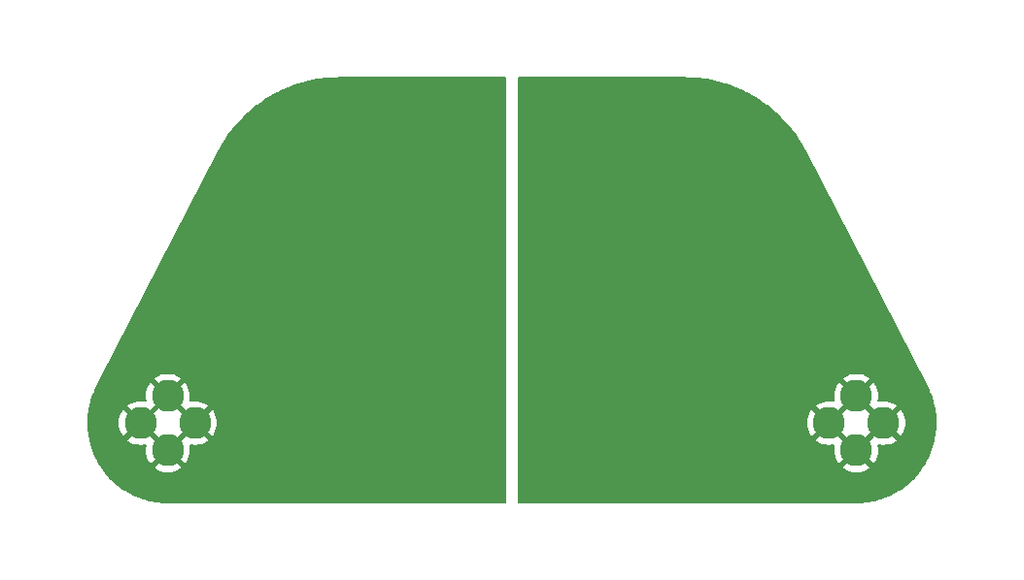
<source format=gbr>
%TF.GenerationSoftware,KiCad,Pcbnew,7.0.1*%
%TF.CreationDate,2023-04-26T19:42:46-04:00*%
%TF.ProjectId,maynuo_banana_adapter,6d61796e-756f-45f6-9261-6e616e615f61,rev?*%
%TF.SameCoordinates,PX5d07eb0PY4aa0010*%
%TF.FileFunction,Copper,L2,Bot*%
%TF.FilePolarity,Positive*%
%FSLAX46Y46*%
G04 Gerber Fmt 4.6, Leading zero omitted, Abs format (unit mm)*
G04 Created by KiCad (PCBNEW 7.0.1) date 2023-04-26 19:42:46*
%MOMM*%
%LPD*%
G01*
G04 APERTURE LIST*
%TA.AperFunction,ComponentPad*%
%ADD10C,2.800000*%
%TD*%
%TA.AperFunction,ComponentPad*%
%ADD11C,11.000000*%
%TD*%
G04 APERTURE END LIST*
D10*
%TO.P,J1,1,Pin_1*%
%TO.N,Net-(J1-Pin_1)*%
X5595000Y-31200000D03*
X7975000Y-28820000D03*
X7975000Y-33580000D03*
X10355000Y-31200000D03*
%TD*%
D11*
%TO.P,H1,1,1*%
%TO.N,Net-(J1-Pin_1)*%
X22975000Y-13000000D03*
%TD*%
D10*
%TO.P,J2,1,Pin_1*%
%TO.N,Net-(J2-Pin_1)*%
X65595000Y-31200000D03*
X67975000Y-28820000D03*
X67975000Y-33580000D03*
X70355000Y-31200000D03*
%TD*%
D11*
%TO.P,H2,1,1*%
%TO.N,Net-(J2-Pin_1)*%
X52975000Y-13000000D03*
%TD*%
%TA.AperFunction,Conductor*%
%TO.N,Net-(J1-Pin_1)*%
G36*
X37413000Y-1017113D02*
G01*
X37458387Y-1062500D01*
X37475000Y-1124500D01*
X37475000Y-38075500D01*
X37458387Y-38137500D01*
X37413000Y-38182887D01*
X37351000Y-38199500D01*
X7977262Y-38199500D01*
X7972731Y-38199417D01*
X7606456Y-38186025D01*
X7606290Y-38185974D01*
X7606289Y-38186019D01*
X7465645Y-38180686D01*
X7456777Y-38180031D01*
X7159625Y-38147322D01*
X7159125Y-38147265D01*
X6947850Y-38123141D01*
X6939385Y-38121878D01*
X6659801Y-38070215D01*
X6658978Y-38070060D01*
X6435772Y-38027253D01*
X6427751Y-38025437D01*
X6158573Y-37955036D01*
X6157438Y-37954733D01*
X5932286Y-37893561D01*
X5924745Y-37891252D01*
X5664640Y-37802479D01*
X5663213Y-37801983D01*
X5440164Y-37722811D01*
X5433128Y-37720069D01*
X5182131Y-37613360D01*
X5180438Y-37612625D01*
X4962135Y-37515954D01*
X4955625Y-37512842D01*
X4714319Y-37388723D01*
X4712387Y-37387708D01*
X4500828Y-37274137D01*
X4494859Y-37270716D01*
X4264096Y-37129816D01*
X4261961Y-37128482D01*
X4058827Y-36998719D01*
X4053406Y-36995052D01*
X4047493Y-36990819D01*
X3834092Y-36838066D01*
X3831833Y-36836409D01*
X3781494Y-36798595D01*
X3638519Y-36691192D01*
X3633650Y-36687340D01*
X3426839Y-36515137D01*
X3424415Y-36513065D01*
X3242294Y-36353314D01*
X3237971Y-36349337D01*
X3044545Y-36162740D01*
X3042063Y-36160277D01*
X2872286Y-35986912D01*
X2868500Y-35982869D01*
X2689422Y-35782874D01*
X2686893Y-35779959D01*
X2530576Y-35594052D01*
X2527327Y-35590019D01*
X2363401Y-35377573D01*
X2360949Y-35374281D01*
X2219027Y-35176888D01*
X2216298Y-35172930D01*
X2160603Y-35088677D01*
X6819874Y-35088677D01*
X6819875Y-35088678D01*
X6945157Y-35182463D01*
X7183692Y-35312712D01*
X7438345Y-35407694D01*
X7703910Y-35465463D01*
X7975000Y-35484853D01*
X8246089Y-35465463D01*
X8511654Y-35407694D01*
X8766307Y-35312712D01*
X9004839Y-35182465D01*
X9130124Y-35088677D01*
X7975001Y-33933553D01*
X7975000Y-33933553D01*
X6819874Y-35088677D01*
X2160603Y-35088677D01*
X2068384Y-34949171D01*
X2065963Y-34945359D01*
X1939430Y-34737842D01*
X1937142Y-34733931D01*
X1805956Y-34499957D01*
X1803681Y-34495708D01*
X1693197Y-34279147D01*
X1691396Y-34275465D01*
X1577607Y-34032452D01*
X1575529Y-34027761D01*
X1481833Y-33803630D01*
X1480400Y-33800047D01*
X1396358Y-33580002D01*
X1384604Y-33549227D01*
X1382760Y-33544057D01*
X1306352Y-33313617D01*
X1305351Y-33310447D01*
X1228040Y-33053010D01*
X1226484Y-33047347D01*
X1197899Y-32932712D01*
X1167850Y-32812207D01*
X1167129Y-32809143D01*
X1144804Y-32708677D01*
X4439874Y-32708677D01*
X4439875Y-32708678D01*
X4565157Y-32802463D01*
X4803692Y-32932712D01*
X5058345Y-33027694D01*
X5323910Y-33085463D01*
X5595000Y-33104853D01*
X5866089Y-33085463D01*
X5963119Y-33064356D01*
X6024411Y-33066545D01*
X6077158Y-33097840D01*
X6108454Y-33150586D01*
X6110643Y-33211879D01*
X6089536Y-33308908D01*
X6070146Y-33580000D01*
X6089536Y-33851089D01*
X6147305Y-34116654D01*
X6242287Y-34371307D01*
X6372536Y-34609842D01*
X6466320Y-34735124D01*
X6466321Y-34735124D01*
X7621445Y-33580002D01*
X8328553Y-33580002D01*
X9483677Y-34735124D01*
X9577465Y-34609839D01*
X9707712Y-34371307D01*
X9802694Y-34116654D01*
X9860463Y-33851089D01*
X9879853Y-33580000D01*
X9860463Y-33308910D01*
X9839356Y-33211880D01*
X9841545Y-33150587D01*
X9872841Y-33097841D01*
X9925587Y-33066545D01*
X9986880Y-33064356D01*
X10083910Y-33085463D01*
X10355000Y-33104853D01*
X10626089Y-33085463D01*
X10891654Y-33027694D01*
X11146307Y-32932712D01*
X11384839Y-32802465D01*
X11510124Y-32708677D01*
X10355001Y-31553553D01*
X10355000Y-31553553D01*
X9487250Y-32421300D01*
X9487244Y-32421310D01*
X8328553Y-33579998D01*
X8328553Y-33580002D01*
X7621445Y-33580002D01*
X7621446Y-33580001D01*
X7621446Y-33579999D01*
X6443877Y-32402431D01*
X6443874Y-32402427D01*
X5595000Y-31553553D01*
X4439874Y-32708677D01*
X1144804Y-32708677D01*
X1108753Y-32546437D01*
X1107565Y-32540379D01*
X1066988Y-32301962D01*
X1066560Y-32299266D01*
X1027430Y-32032351D01*
X1026661Y-32025925D01*
X1004316Y-31785777D01*
X1004112Y-31783306D01*
X1000725Y-31736654D01*
X984534Y-31513656D01*
X984229Y-31506856D01*
X980149Y-31266655D01*
X980132Y-31264699D01*
X980172Y-31200000D01*
X3690146Y-31200000D01*
X3709536Y-31471089D01*
X3767305Y-31736654D01*
X3862287Y-31991307D01*
X3992536Y-32229842D01*
X4086320Y-32355124D01*
X4086321Y-32355124D01*
X5241446Y-31200001D01*
X5948553Y-31200001D01*
X6779990Y-32031436D01*
X7974998Y-33226446D01*
X7974999Y-33226446D01*
X9170010Y-32031436D01*
X10001445Y-31200001D01*
X10708553Y-31200001D01*
X11863677Y-32355124D01*
X11957465Y-32229839D01*
X12087712Y-31991307D01*
X12182694Y-31736654D01*
X12240463Y-31471089D01*
X12259853Y-31200000D01*
X12240463Y-30928910D01*
X12182694Y-30663345D01*
X12087712Y-30408692D01*
X11957463Y-30170157D01*
X11863678Y-30044875D01*
X11863677Y-30044874D01*
X10708553Y-31200000D01*
X10708553Y-31200001D01*
X10001445Y-31200001D01*
X10001446Y-31200000D01*
X8823877Y-30022431D01*
X8823874Y-30022427D01*
X7975000Y-29173553D01*
X7107250Y-30041300D01*
X7107244Y-30041310D01*
X5948553Y-31200000D01*
X5948553Y-31200001D01*
X5241446Y-31200001D01*
X5241446Y-31199999D01*
X4086321Y-30044875D01*
X3992534Y-30170162D01*
X3862286Y-30408692D01*
X3767305Y-30663345D01*
X3709536Y-30928910D01*
X3690146Y-31200000D01*
X980172Y-31200000D01*
X980298Y-30993139D01*
X980509Y-30986037D01*
X994554Y-30747499D01*
X994653Y-30746008D01*
X1014755Y-30473754D01*
X1015531Y-30466324D01*
X1047307Y-30231692D01*
X1047495Y-30230367D01*
X1087712Y-29958358D01*
X1089102Y-29950650D01*
X1137933Y-29721999D01*
X1137969Y-29721834D01*
X1144788Y-29691321D01*
X4439875Y-29691321D01*
X5595000Y-30846446D01*
X6790010Y-29651436D01*
X7621446Y-28819999D01*
X8328553Y-28819999D01*
X10355000Y-30846446D01*
X10355001Y-30846446D01*
X11510124Y-29691321D01*
X11510124Y-29691320D01*
X11384842Y-29597536D01*
X11146307Y-29467287D01*
X10891654Y-29372305D01*
X10626089Y-29314536D01*
X10355000Y-29295146D01*
X10083908Y-29314536D01*
X9986879Y-29335643D01*
X9925586Y-29333454D01*
X9872840Y-29302158D01*
X9841545Y-29249411D01*
X9839356Y-29188119D01*
X9860463Y-29091089D01*
X9879853Y-28819999D01*
X9860463Y-28548910D01*
X9802694Y-28283345D01*
X9707712Y-28028692D01*
X9577463Y-27790157D01*
X9483678Y-27664875D01*
X9483678Y-27664874D01*
X8328553Y-28819999D01*
X7621446Y-28819999D01*
X7621446Y-28819998D01*
X6466321Y-27664875D01*
X6372534Y-27790162D01*
X6242286Y-28028692D01*
X6147305Y-28283345D01*
X6089536Y-28548910D01*
X6070146Y-28819999D01*
X6089536Y-29091091D01*
X6110643Y-29188120D01*
X6108454Y-29249412D01*
X6077158Y-29302158D01*
X6024412Y-29333454D01*
X5963120Y-29335643D01*
X5866091Y-29314536D01*
X5595000Y-29295146D01*
X5323910Y-29314536D01*
X5058345Y-29372305D01*
X4803692Y-29467286D01*
X4565162Y-29597534D01*
X4439875Y-29691321D01*
X1144788Y-29691321D01*
X1198785Y-29449713D01*
X1200826Y-29441820D01*
X1265048Y-29223583D01*
X1347350Y-28950738D01*
X1350073Y-28942721D01*
X1425557Y-28743388D01*
X1532598Y-28464145D01*
X1536048Y-28456031D01*
X1595566Y-28328881D01*
X1595595Y-28328895D01*
X1595632Y-28328737D01*
X1751651Y-27996594D01*
X1753629Y-27992576D01*
X2104571Y-27311321D01*
X6819875Y-27311321D01*
X7975000Y-28466446D01*
X7975001Y-28466446D01*
X9130124Y-27311321D01*
X9130124Y-27311320D01*
X9004842Y-27217536D01*
X8766307Y-27087287D01*
X8511654Y-26992305D01*
X8246089Y-26934536D01*
X7975000Y-26915146D01*
X7703910Y-26934536D01*
X7438345Y-26992305D01*
X7183692Y-27087286D01*
X6945162Y-27217534D01*
X6819875Y-27311321D01*
X2104571Y-27311321D01*
X12306945Y-7506314D01*
X12308514Y-7503369D01*
X12475076Y-7200689D01*
X12475108Y-7200707D01*
X12475158Y-7200538D01*
X12475319Y-7200245D01*
X12627292Y-6925017D01*
X12630579Y-6919421D01*
X12813901Y-6625596D01*
X12985302Y-6353506D01*
X12988696Y-6348408D01*
X13186943Y-6066310D01*
X13187180Y-6065975D01*
X13374811Y-5803030D01*
X13378274Y-5798413D01*
X13591427Y-5527888D01*
X13591743Y-5527491D01*
X13794565Y-5275350D01*
X13798124Y-5271124D01*
X14025399Y-5013081D01*
X14026165Y-5012222D01*
X14243320Y-4772023D01*
X14246805Y-4768326D01*
X14487768Y-4523204D01*
X14488835Y-4522136D01*
X14719603Y-4294711D01*
X14723025Y-4291468D01*
X14976822Y-4060101D01*
X14978405Y-4058685D01*
X15221910Y-3844913D01*
X15225194Y-3842132D01*
X15491291Y-3624988D01*
X15493257Y-3623419D01*
X15748630Y-3424063D01*
X15751798Y-3421673D01*
X16029299Y-3219475D01*
X16031627Y-3217822D01*
X16298187Y-3033419D01*
X16301148Y-3031436D01*
X16589279Y-2844742D01*
X16592057Y-2842996D01*
X16868732Y-2674295D01*
X16871518Y-2672648D01*
X17169427Y-2502005D01*
X17172574Y-2500266D01*
X17458579Y-2347744D01*
X17461123Y-2346428D01*
X17767896Y-2192361D01*
X17771466Y-2190641D01*
X18065756Y-2054860D01*
X18067988Y-2053860D01*
X18382899Y-1916740D01*
X18386856Y-1915102D01*
X18688412Y-1796526D01*
X18690256Y-1795820D01*
X19012292Y-1676106D01*
X19016723Y-1674556D01*
X19324513Y-1573579D01*
X19326178Y-1573048D01*
X19654315Y-1471128D01*
X19659189Y-1469726D01*
X19972020Y-1386718D01*
X19973261Y-1386397D01*
X20306799Y-1302508D01*
X20312118Y-1301297D01*
X20629023Y-1236485D01*
X20629723Y-1236345D01*
X20967749Y-1170759D01*
X20973468Y-1169790D01*
X21293117Y-1123409D01*
X21293178Y-1123400D01*
X21635096Y-1076301D01*
X21641212Y-1075615D01*
X21961377Y-1047865D01*
X22306696Y-1019439D01*
X22313204Y-1019077D01*
X22627494Y-1010017D01*
X22973362Y-1000545D01*
X22976745Y-1000500D01*
X37351000Y-1000500D01*
X37413000Y-1017113D01*
G37*
%TD.AperFunction*%
%TD*%
%TA.AperFunction,Conductor*%
%TO.N,Net-(J2-Pin_1)*%
G36*
X52923142Y-1000501D02*
G01*
X52973286Y-1000501D01*
X52976679Y-1000546D01*
X53321933Y-1010001D01*
X53636831Y-1019079D01*
X53643305Y-1019439D01*
X53988370Y-1047844D01*
X54308795Y-1075617D01*
X54314937Y-1076306D01*
X54656296Y-1123328D01*
X54656872Y-1123409D01*
X54976541Y-1169793D01*
X54982282Y-1170766D01*
X55320196Y-1236330D01*
X55320813Y-1236453D01*
X55637889Y-1301299D01*
X55643244Y-1302519D01*
X55961664Y-1382605D01*
X55976532Y-1386345D01*
X55977918Y-1386702D01*
X56290843Y-1469735D01*
X56295751Y-1471149D01*
X56502327Y-1535312D01*
X56623691Y-1573008D01*
X56625501Y-1573585D01*
X56933276Y-1674557D01*
X56937737Y-1676117D01*
X57259599Y-1795767D01*
X57261592Y-1796529D01*
X57563118Y-1915093D01*
X57567206Y-1916786D01*
X57881986Y-2053849D01*
X57884237Y-2054858D01*
X58178462Y-2190609D01*
X58182147Y-2192384D01*
X58488796Y-2346389D01*
X58491494Y-2347785D01*
X58777381Y-2500244D01*
X58780664Y-2502059D01*
X58921809Y-2582906D01*
X59078432Y-2672619D01*
X59081300Y-2674315D01*
X59357943Y-2842997D01*
X59360745Y-2844758D01*
X59484699Y-2925074D01*
X59648752Y-3031372D01*
X59651867Y-3033457D01*
X59918374Y-3217823D01*
X59920708Y-3219481D01*
X60198141Y-3421629D01*
X60201401Y-3424089D01*
X60456724Y-3623407D01*
X60458801Y-3625064D01*
X60724749Y-3842087D01*
X60728118Y-3844939D01*
X60872013Y-3971263D01*
X60971530Y-4058629D01*
X60973261Y-4060178D01*
X61226929Y-4291427D01*
X61230430Y-4294746D01*
X61461048Y-4522024D01*
X61462437Y-4523414D01*
X61703138Y-4768269D01*
X61706692Y-4772039D01*
X61923715Y-5012092D01*
X61924786Y-5013292D01*
X62151874Y-5271124D01*
X62155441Y-5275361D01*
X62358077Y-5527269D01*
X62358807Y-5528185D01*
X62571677Y-5798352D01*
X62575215Y-5803069D01*
X62762713Y-6065828D01*
X62763229Y-6066557D01*
X62961266Y-6348355D01*
X62964731Y-6353560D01*
X63136018Y-6625471D01*
X63136303Y-6625925D01*
X63319388Y-6919369D01*
X63322736Y-6925069D01*
X63474924Y-7200689D01*
X63474972Y-7200776D01*
X63481285Y-7212247D01*
X63641471Y-7503341D01*
X63643066Y-7506337D01*
X74196363Y-27992565D01*
X74198364Y-27996631D01*
X74354362Y-28328729D01*
X74354399Y-28328897D01*
X74354434Y-28328881D01*
X74413940Y-28456007D01*
X74417419Y-28464193D01*
X74524332Y-28743103D01*
X74524511Y-28743572D01*
X74599909Y-28942677D01*
X74602662Y-28950781D01*
X74684807Y-29223105D01*
X74685046Y-29223909D01*
X74749163Y-29441789D01*
X74751222Y-29449749D01*
X74811931Y-29721388D01*
X74812153Y-29722408D01*
X74848080Y-29890632D01*
X74860886Y-29950597D01*
X74862286Y-29958357D01*
X74902503Y-30230364D01*
X74902715Y-30231860D01*
X74934462Y-30466283D01*
X74935247Y-30473793D01*
X74955330Y-30745794D01*
X74955453Y-30747637D01*
X74969487Y-30985995D01*
X74969701Y-30993208D01*
X74969866Y-31264552D01*
X74969848Y-31266733D01*
X74965770Y-31506822D01*
X74965462Y-31513696D01*
X74945887Y-31783299D01*
X74945680Y-31785807D01*
X74923341Y-32025888D01*
X74922563Y-32032386D01*
X74883446Y-32299209D01*
X74882999Y-32302028D01*
X74842441Y-32540337D01*
X74841247Y-32546430D01*
X74782868Y-32809151D01*
X74782136Y-32812255D01*
X74723515Y-33047342D01*
X74721959Y-33053005D01*
X74644676Y-33310352D01*
X74643615Y-33313713D01*
X74567246Y-33544032D01*
X74565386Y-33549248D01*
X74469603Y-33800034D01*
X74468170Y-33803618D01*
X74374480Y-34027734D01*
X74372373Y-34032491D01*
X74258618Y-34275429D01*
X74256775Y-34279198D01*
X74146325Y-34495693D01*
X74144028Y-34499984D01*
X74012868Y-34733911D01*
X74010580Y-34737823D01*
X73884037Y-34945356D01*
X73881608Y-34949180D01*
X73733707Y-35172920D01*
X73730944Y-35176927D01*
X73589084Y-35374233D01*
X73586578Y-35377597D01*
X73422683Y-35590005D01*
X73419418Y-35594057D01*
X73263110Y-35779953D01*
X73260581Y-35782868D01*
X73081498Y-35982868D01*
X73077712Y-35986910D01*
X72907938Y-36160273D01*
X72905437Y-36162757D01*
X72712049Y-36349317D01*
X72707726Y-36353293D01*
X72525555Y-36513088D01*
X72523131Y-36515160D01*
X72316360Y-36687330D01*
X72311491Y-36691182D01*
X72118138Y-36836428D01*
X72115837Y-36838115D01*
X71896613Y-36995037D01*
X71891192Y-36998705D01*
X71688025Y-37128489D01*
X71685890Y-37129823D01*
X71455146Y-37270712D01*
X71449177Y-37274133D01*
X71237568Y-37387730D01*
X71235636Y-37388745D01*
X70994383Y-37512838D01*
X70987874Y-37515950D01*
X70769560Y-37612627D01*
X70767866Y-37613362D01*
X70516876Y-37720067D01*
X70509840Y-37722809D01*
X70286765Y-37801990D01*
X70285338Y-37802486D01*
X70025247Y-37891254D01*
X70017706Y-37893563D01*
X69792591Y-37954724D01*
X69791455Y-37955027D01*
X69522234Y-38025438D01*
X69514215Y-38027253D01*
X69291165Y-38070032D01*
X69290341Y-38070188D01*
X69010614Y-38121878D01*
X69002149Y-38123141D01*
X68790874Y-38147265D01*
X68790374Y-38147322D01*
X68493222Y-38180031D01*
X68484354Y-38180686D01*
X68343711Y-38186019D01*
X68343543Y-38186025D01*
X67977270Y-38199417D01*
X67972739Y-38199500D01*
X38599000Y-38199500D01*
X38537000Y-38182887D01*
X38491613Y-38137500D01*
X38475000Y-38075500D01*
X38475000Y-35088677D01*
X66819874Y-35088677D01*
X66819875Y-35088678D01*
X66945157Y-35182463D01*
X67183692Y-35312712D01*
X67438345Y-35407694D01*
X67703910Y-35465463D01*
X67975000Y-35484853D01*
X68246089Y-35465463D01*
X68511654Y-35407694D01*
X68766307Y-35312712D01*
X69004839Y-35182465D01*
X69130124Y-35088677D01*
X67975001Y-33933553D01*
X67975000Y-33933553D01*
X66819874Y-35088677D01*
X38475000Y-35088677D01*
X38475000Y-32708677D01*
X64439874Y-32708677D01*
X64439875Y-32708678D01*
X64565157Y-32802463D01*
X64803692Y-32932712D01*
X65058345Y-33027694D01*
X65323910Y-33085463D01*
X65595000Y-33104853D01*
X65866089Y-33085463D01*
X65963119Y-33064356D01*
X66024411Y-33066545D01*
X66077158Y-33097840D01*
X66108454Y-33150586D01*
X66110643Y-33211879D01*
X66089536Y-33308908D01*
X66070146Y-33579999D01*
X66089536Y-33851089D01*
X66147305Y-34116654D01*
X66242287Y-34371307D01*
X66372536Y-34609842D01*
X66466320Y-34735124D01*
X66466321Y-34735124D01*
X67621446Y-33580001D01*
X67621446Y-33580000D01*
X68328554Y-33580000D01*
X69483677Y-34735124D01*
X69577465Y-34609839D01*
X69707712Y-34371307D01*
X69802694Y-34116654D01*
X69860463Y-33851089D01*
X69879853Y-33579999D01*
X69860463Y-33308910D01*
X69839356Y-33211880D01*
X69841545Y-33150587D01*
X69872841Y-33097841D01*
X69925587Y-33066545D01*
X69986880Y-33064356D01*
X70083910Y-33085463D01*
X70355000Y-33104853D01*
X70626089Y-33085463D01*
X70891654Y-33027694D01*
X71146307Y-32932712D01*
X71384839Y-32802465D01*
X71510124Y-32708677D01*
X70355001Y-31553553D01*
X70355000Y-31553553D01*
X69487248Y-32421303D01*
X69487244Y-32421310D01*
X68328554Y-33580000D01*
X67621446Y-33580000D01*
X66443877Y-32402431D01*
X66443874Y-32402427D01*
X65595000Y-31553553D01*
X64439874Y-32708677D01*
X38475000Y-32708677D01*
X38475000Y-31199999D01*
X63690146Y-31199999D01*
X63709536Y-31471089D01*
X63767305Y-31736654D01*
X63862287Y-31991307D01*
X63992536Y-32229842D01*
X64086320Y-32355124D01*
X64086321Y-32355124D01*
X65241446Y-31200001D01*
X65948553Y-31200001D01*
X66779990Y-32031436D01*
X67975000Y-33226446D01*
X70001445Y-31200001D01*
X70708553Y-31200001D01*
X71863677Y-32355124D01*
X71957465Y-32229839D01*
X72087712Y-31991307D01*
X72182694Y-31736654D01*
X72240463Y-31471089D01*
X72259853Y-31199999D01*
X72240463Y-30928910D01*
X72182694Y-30663345D01*
X72087712Y-30408692D01*
X71957463Y-30170157D01*
X71863678Y-30044875D01*
X71863677Y-30044874D01*
X70708553Y-31200000D01*
X70708553Y-31200001D01*
X70001445Y-31200001D01*
X70001446Y-31200000D01*
X68823877Y-30022431D01*
X68823874Y-30022427D01*
X67975000Y-29173553D01*
X67107248Y-30041303D01*
X67107244Y-30041310D01*
X65948553Y-31199999D01*
X65948553Y-31200001D01*
X65241446Y-31200001D01*
X65241446Y-31199999D01*
X64086321Y-30044875D01*
X63992534Y-30170162D01*
X63862286Y-30408692D01*
X63767305Y-30663345D01*
X63709536Y-30928910D01*
X63690146Y-31199999D01*
X38475000Y-31199999D01*
X38475000Y-29691321D01*
X64439875Y-29691321D01*
X65595000Y-30846446D01*
X66790010Y-29651436D01*
X67621446Y-28819999D01*
X68328553Y-28819999D01*
X70355000Y-30846446D01*
X70355001Y-30846446D01*
X71510124Y-29691321D01*
X71510124Y-29691320D01*
X71384842Y-29597536D01*
X71146307Y-29467287D01*
X70891654Y-29372305D01*
X70626089Y-29314536D01*
X70355000Y-29295146D01*
X70083908Y-29314536D01*
X69986879Y-29335643D01*
X69925586Y-29333454D01*
X69872840Y-29302158D01*
X69841545Y-29249411D01*
X69839356Y-29188119D01*
X69860463Y-29091089D01*
X69879853Y-28819999D01*
X69860463Y-28548910D01*
X69802694Y-28283345D01*
X69707712Y-28028692D01*
X69577463Y-27790157D01*
X69483678Y-27664875D01*
X69483678Y-27664874D01*
X68328553Y-28819999D01*
X67621446Y-28819999D01*
X67621446Y-28819998D01*
X66466321Y-27664875D01*
X66372534Y-27790162D01*
X66242286Y-28028692D01*
X66147305Y-28283345D01*
X66089536Y-28548910D01*
X66070146Y-28819999D01*
X66089536Y-29091091D01*
X66110643Y-29188120D01*
X66108454Y-29249412D01*
X66077158Y-29302158D01*
X66024412Y-29333454D01*
X65963120Y-29335643D01*
X65866091Y-29314536D01*
X65595000Y-29295146D01*
X65323910Y-29314536D01*
X65058345Y-29372305D01*
X64803692Y-29467286D01*
X64565162Y-29597534D01*
X64439875Y-29691321D01*
X38475000Y-29691321D01*
X38475000Y-27311321D01*
X66819875Y-27311321D01*
X67975000Y-28466446D01*
X67975001Y-28466446D01*
X69130124Y-27311321D01*
X69130124Y-27311320D01*
X69004842Y-27217536D01*
X68766307Y-27087287D01*
X68511654Y-26992305D01*
X68246089Y-26934536D01*
X67975000Y-26915146D01*
X67703910Y-26934536D01*
X67438345Y-26992305D01*
X67183692Y-27087286D01*
X66945162Y-27217534D01*
X66819875Y-27311321D01*
X38475000Y-27311321D01*
X38475000Y-1124500D01*
X38491613Y-1062500D01*
X38537000Y-1017113D01*
X38599000Y-1000500D01*
X52923137Y-1000500D01*
X52923142Y-1000501D01*
G37*
%TD.AperFunction*%
%TD*%
M02*

</source>
